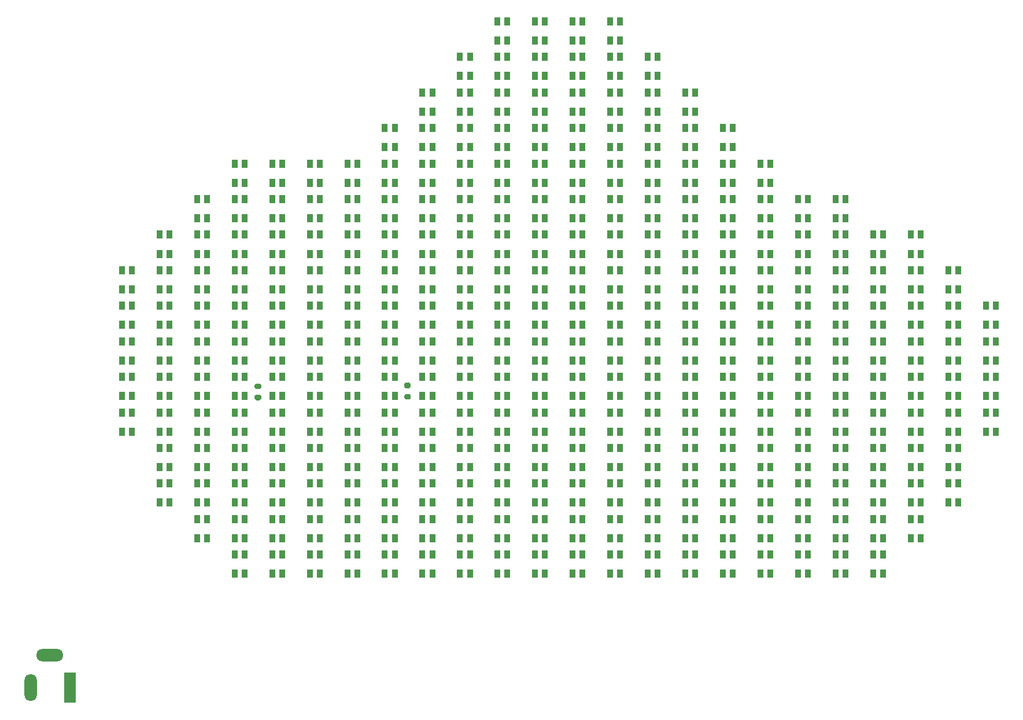
<source format=gbr>
%TF.GenerationSoftware,KiCad,Pcbnew,(5.1.7)-1*%
%TF.CreationDate,2021-01-23T13:14:39+03:00*%
%TF.ProjectId,LED_Cloud,4c45445f-436c-46f7-9564-2e6b69636164,rev?*%
%TF.SameCoordinates,Original*%
%TF.FileFunction,Soldermask,Top*%
%TF.FilePolarity,Negative*%
%FSLAX46Y46*%
G04 Gerber Fmt 4.6, Leading zero omitted, Abs format (unit mm)*
G04 Created by KiCad (PCBNEW (5.1.7)-1) date 2021-01-23 13:14:39*
%MOMM*%
%LPD*%
G01*
G04 APERTURE LIST*
%ADD10R,1.800000X4.400000*%
%ADD11O,1.800000X4.000000*%
%ADD12O,4.000000X1.800000*%
%ADD13R,0.900000X1.200000*%
G04 APERTURE END LIST*
D10*
%TO.C,J2*%
X28700000Y-157090000D03*
D11*
X22900000Y-157090000D03*
D12*
X25700000Y-152290000D03*
%TD*%
%TO.C,R9*%
G36*
G01*
X77825000Y-114095000D02*
X78375000Y-114095000D01*
G75*
G02*
X78575000Y-114295000I0J-200000D01*
G01*
X78575000Y-114695000D01*
G75*
G02*
X78375000Y-114895000I-200000J0D01*
G01*
X77825000Y-114895000D01*
G75*
G02*
X77625000Y-114695000I0J200000D01*
G01*
X77625000Y-114295000D01*
G75*
G02*
X77825000Y-114095000I200000J0D01*
G01*
G37*
G36*
G01*
X77825000Y-112445000D02*
X78375000Y-112445000D01*
G75*
G02*
X78575000Y-112645000I0J-200000D01*
G01*
X78575000Y-113045000D01*
G75*
G02*
X78375000Y-113245000I-200000J0D01*
G01*
X77825000Y-113245000D01*
G75*
G02*
X77625000Y-113045000I0J200000D01*
G01*
X77625000Y-112645000D01*
G75*
G02*
X77825000Y-112445000I200000J0D01*
G01*
G37*
%TD*%
%TO.C,R6*%
G36*
G01*
X55915000Y-114230000D02*
X56465000Y-114230000D01*
G75*
G02*
X56665000Y-114430000I0J-200000D01*
G01*
X56665000Y-114830000D01*
G75*
G02*
X56465000Y-115030000I-200000J0D01*
G01*
X55915000Y-115030000D01*
G75*
G02*
X55715000Y-114830000I0J200000D01*
G01*
X55715000Y-114430000D01*
G75*
G02*
X55915000Y-114230000I200000J0D01*
G01*
G37*
G36*
G01*
X55915000Y-112580000D02*
X56465000Y-112580000D01*
G75*
G02*
X56665000Y-112780000I0J-200000D01*
G01*
X56665000Y-113180000D01*
G75*
G02*
X56465000Y-113380000I-200000J0D01*
G01*
X55915000Y-113380000D01*
G75*
G02*
X55715000Y-113180000I0J200000D01*
G01*
X55715000Y-112780000D01*
G75*
G02*
X55915000Y-112580000I200000J0D01*
G01*
G37*
%TD*%
D13*
%TO.C,D300*%
X135275000Y-106400000D03*
X135275000Y-109200000D03*
X136725000Y-109200000D03*
X136725000Y-106400000D03*
%TD*%
%TO.C,D363*%
X158725000Y-101200000D03*
X158725000Y-104000000D03*
X157275000Y-104000000D03*
X157275000Y-101200000D03*
%TD*%
%TO.C,D333*%
X146275000Y-111600000D03*
X146275000Y-114400000D03*
X147725000Y-114400000D03*
X147725000Y-111600000D03*
%TD*%
%TO.C,D366*%
X158725000Y-116800000D03*
X158725000Y-119600000D03*
X157275000Y-119600000D03*
X157275000Y-116800000D03*
%TD*%
%TO.C,D338*%
X146275000Y-137600000D03*
X146275000Y-140400000D03*
X147725000Y-140400000D03*
X147725000Y-137600000D03*
%TD*%
%TO.C,D352*%
X153225000Y-127200000D03*
X153225000Y-130000000D03*
X151775000Y-130000000D03*
X151775000Y-127200000D03*
%TD*%
%TO.C,D345*%
X153225000Y-90800000D03*
X153225000Y-93600000D03*
X151775000Y-93600000D03*
X151775000Y-90800000D03*
%TD*%
%TO.C,D332*%
X146275000Y-106400000D03*
X146275000Y-109200000D03*
X147725000Y-109200000D03*
X147725000Y-106400000D03*
%TD*%
%TO.C,D367*%
X158725000Y-122000000D03*
X158725000Y-124800000D03*
X157275000Y-124800000D03*
X157275000Y-122000000D03*
%TD*%
%TO.C,D337*%
X146275000Y-132400000D03*
X146275000Y-135200000D03*
X147725000Y-135200000D03*
X147725000Y-132400000D03*
%TD*%
%TO.C,D379*%
X164225000Y-101200000D03*
X164225000Y-104000000D03*
X162775000Y-104000000D03*
X162775000Y-101200000D03*
%TD*%
%TO.C,D348*%
X153225000Y-106400000D03*
X153225000Y-109200000D03*
X151775000Y-109200000D03*
X151775000Y-106400000D03*
%TD*%
%TO.C,D365*%
X158725000Y-111600000D03*
X158725000Y-114400000D03*
X157275000Y-114400000D03*
X157275000Y-111600000D03*
%TD*%
%TO.C,D353*%
X153225000Y-132400000D03*
X153225000Y-135200000D03*
X151775000Y-135200000D03*
X151775000Y-132400000D03*
%TD*%
%TO.C,D368*%
X158725000Y-127200000D03*
X158725000Y-130000000D03*
X157275000Y-130000000D03*
X157275000Y-127200000D03*
%TD*%
%TO.C,D381*%
X164225000Y-111600000D03*
X164225000Y-114400000D03*
X162775000Y-114400000D03*
X162775000Y-111600000D03*
%TD*%
%TO.C,D380*%
X164225000Y-106400000D03*
X164225000Y-109200000D03*
X162775000Y-109200000D03*
X162775000Y-106400000D03*
%TD*%
%TO.C,D349*%
X153225000Y-111600000D03*
X153225000Y-114400000D03*
X151775000Y-114400000D03*
X151775000Y-111600000D03*
%TD*%
%TO.C,D382*%
X164225000Y-116800000D03*
X164225000Y-119600000D03*
X162775000Y-119600000D03*
X162775000Y-116800000D03*
%TD*%
%TO.C,D351*%
X153225000Y-122000000D03*
X153225000Y-124800000D03*
X151775000Y-124800000D03*
X151775000Y-122000000D03*
%TD*%
%TO.C,D334*%
X146275000Y-116800000D03*
X146275000Y-119600000D03*
X147725000Y-119600000D03*
X147725000Y-116800000D03*
%TD*%
%TO.C,D336*%
X146275000Y-127200000D03*
X146275000Y-130000000D03*
X147725000Y-130000000D03*
X147725000Y-127200000D03*
%TD*%
%TO.C,D350*%
X153225000Y-116800000D03*
X153225000Y-119600000D03*
X151775000Y-119600000D03*
X151775000Y-116800000D03*
%TD*%
%TO.C,D346*%
X153225000Y-96000000D03*
X153225000Y-98800000D03*
X151775000Y-98800000D03*
X151775000Y-96000000D03*
%TD*%
%TO.C,D330*%
X146275000Y-96000000D03*
X146275000Y-98800000D03*
X147725000Y-98800000D03*
X147725000Y-96000000D03*
%TD*%
%TO.C,D331*%
X146275000Y-101200000D03*
X146275000Y-104000000D03*
X147725000Y-104000000D03*
X147725000Y-101200000D03*
%TD*%
%TO.C,D362*%
X158725000Y-96000000D03*
X158725000Y-98800000D03*
X157275000Y-98800000D03*
X157275000Y-96000000D03*
%TD*%
%TO.C,D335*%
X146275000Y-122000000D03*
X146275000Y-124800000D03*
X147725000Y-124800000D03*
X147725000Y-122000000D03*
%TD*%
%TO.C,D364*%
X158725000Y-106400000D03*
X158725000Y-109200000D03*
X157275000Y-109200000D03*
X157275000Y-106400000D03*
%TD*%
%TO.C,D329*%
X146275000Y-90800000D03*
X146275000Y-93600000D03*
X147725000Y-93600000D03*
X147725000Y-90800000D03*
%TD*%
%TO.C,D347*%
X153225000Y-101200000D03*
X153225000Y-104000000D03*
X151775000Y-104000000D03*
X151775000Y-101200000D03*
%TD*%
%TO.C,D299*%
X135275000Y-101200000D03*
X135275000Y-104000000D03*
X136725000Y-104000000D03*
X136725000Y-101200000D03*
%TD*%
%TO.C,D269*%
X125725000Y-111600000D03*
X125725000Y-114400000D03*
X124275000Y-114400000D03*
X124275000Y-111600000D03*
%TD*%
%TO.C,D302*%
X135275000Y-116800000D03*
X135275000Y-119600000D03*
X136725000Y-119600000D03*
X136725000Y-116800000D03*
%TD*%
%TO.C,D284*%
X129775000Y-106400000D03*
X129775000Y-109200000D03*
X131225000Y-109200000D03*
X131225000Y-106400000D03*
%TD*%
%TO.C,D274*%
X125725000Y-137600000D03*
X125725000Y-140400000D03*
X124275000Y-140400000D03*
X124275000Y-137600000D03*
%TD*%
%TO.C,D315*%
X140775000Y-101200000D03*
X140775000Y-104000000D03*
X142225000Y-104000000D03*
X142225000Y-101200000D03*
%TD*%
%TO.C,D297*%
X135275000Y-90800000D03*
X135275000Y-93600000D03*
X136725000Y-93600000D03*
X136725000Y-90800000D03*
%TD*%
%TO.C,D281*%
X129775000Y-90800000D03*
X129775000Y-93600000D03*
X131225000Y-93600000D03*
X131225000Y-90800000D03*
%TD*%
%TO.C,D273*%
X125725000Y-132400000D03*
X125725000Y-135200000D03*
X124275000Y-135200000D03*
X124275000Y-132400000D03*
%TD*%
%TO.C,D303*%
X135275000Y-122000000D03*
X135275000Y-124800000D03*
X136725000Y-124800000D03*
X136725000Y-122000000D03*
%TD*%
%TO.C,D319*%
X140775000Y-122000000D03*
X140775000Y-124800000D03*
X142225000Y-124800000D03*
X142225000Y-122000000D03*
%TD*%
%TO.C,D288*%
X129775000Y-127200000D03*
X129775000Y-130000000D03*
X131225000Y-130000000D03*
X131225000Y-127200000D03*
%TD*%
%TO.C,D268*%
X125725000Y-106400000D03*
X125725000Y-109200000D03*
X124275000Y-109200000D03*
X124275000Y-106400000D03*
%TD*%
%TO.C,D301*%
X135275000Y-111600000D03*
X135275000Y-114400000D03*
X136725000Y-114400000D03*
X136725000Y-111600000D03*
%TD*%
%TO.C,D289*%
X129775000Y-132400000D03*
X129775000Y-135200000D03*
X131225000Y-135200000D03*
X131225000Y-132400000D03*
%TD*%
%TO.C,D305*%
X135275000Y-132400000D03*
X135275000Y-135200000D03*
X136725000Y-135200000D03*
X136725000Y-132400000D03*
%TD*%
%TO.C,D304*%
X135275000Y-127200000D03*
X135275000Y-130000000D03*
X136725000Y-130000000D03*
X136725000Y-127200000D03*
%TD*%
%TO.C,D321*%
X140775000Y-132400000D03*
X140775000Y-135200000D03*
X142225000Y-135200000D03*
X142225000Y-132400000D03*
%TD*%
%TO.C,D314*%
X140775000Y-96000000D03*
X140775000Y-98800000D03*
X142225000Y-98800000D03*
X142225000Y-96000000D03*
%TD*%
%TO.C,D318*%
X140775000Y-116800000D03*
X140775000Y-119600000D03*
X142225000Y-119600000D03*
X142225000Y-116800000D03*
%TD*%
%TO.C,D306*%
X135275000Y-137600000D03*
X135275000Y-140400000D03*
X136725000Y-140400000D03*
X136725000Y-137600000D03*
%TD*%
%TO.C,D316*%
X140775000Y-106400000D03*
X140775000Y-109200000D03*
X142225000Y-109200000D03*
X142225000Y-106400000D03*
%TD*%
%TO.C,D290*%
X129775000Y-137600000D03*
X129775000Y-140400000D03*
X131225000Y-140400000D03*
X131225000Y-137600000D03*
%TD*%
%TO.C,D312*%
X140775000Y-85600000D03*
X140775000Y-88400000D03*
X142225000Y-88400000D03*
X142225000Y-85600000D03*
%TD*%
%TO.C,D285*%
X129775000Y-111600000D03*
X129775000Y-114400000D03*
X131225000Y-114400000D03*
X131225000Y-111600000D03*
%TD*%
%TO.C,D317*%
X140775000Y-111600000D03*
X140775000Y-114400000D03*
X142225000Y-114400000D03*
X142225000Y-111600000D03*
%TD*%
%TO.C,D280*%
X129775000Y-85600000D03*
X129775000Y-88400000D03*
X131225000Y-88400000D03*
X131225000Y-85600000D03*
%TD*%
%TO.C,D320*%
X140775000Y-127200000D03*
X140775000Y-130000000D03*
X142225000Y-130000000D03*
X142225000Y-127200000D03*
%TD*%
%TO.C,D322*%
X140775000Y-137600000D03*
X140775000Y-140400000D03*
X142225000Y-140400000D03*
X142225000Y-137600000D03*
%TD*%
%TO.C,D287*%
X129775000Y-122000000D03*
X129775000Y-124800000D03*
X131225000Y-124800000D03*
X131225000Y-122000000D03*
%TD*%
%TO.C,D262*%
X125725000Y-75200000D03*
X125725000Y-78000000D03*
X124275000Y-78000000D03*
X124275000Y-75200000D03*
%TD*%
%TO.C,D272*%
X125725000Y-127200000D03*
X125725000Y-130000000D03*
X124275000Y-130000000D03*
X124275000Y-127200000D03*
%TD*%
%TO.C,D286*%
X129775000Y-116800000D03*
X129775000Y-119600000D03*
X131225000Y-119600000D03*
X131225000Y-116800000D03*
%TD*%
%TO.C,D270*%
X125725000Y-116800000D03*
X125725000Y-119600000D03*
X124275000Y-119600000D03*
X124275000Y-116800000D03*
%TD*%
%TO.C,D296*%
X135275000Y-85600000D03*
X135275000Y-88400000D03*
X136725000Y-88400000D03*
X136725000Y-85600000D03*
%TD*%
%TO.C,D282*%
X129775000Y-96000000D03*
X129775000Y-98800000D03*
X131225000Y-98800000D03*
X131225000Y-96000000D03*
%TD*%
%TO.C,D283*%
X129775000Y-101200000D03*
X129775000Y-104000000D03*
X131225000Y-104000000D03*
X131225000Y-101200000D03*
%TD*%
%TO.C,D279*%
X129775000Y-80400000D03*
X129775000Y-83200000D03*
X131225000Y-83200000D03*
X131225000Y-80400000D03*
%TD*%
%TO.C,D266*%
X125725000Y-96000000D03*
X125725000Y-98800000D03*
X124275000Y-98800000D03*
X124275000Y-96000000D03*
%TD*%
%TO.C,D267*%
X125725000Y-101200000D03*
X125725000Y-104000000D03*
X124275000Y-104000000D03*
X124275000Y-101200000D03*
%TD*%
%TO.C,D271*%
X125725000Y-122000000D03*
X125725000Y-124800000D03*
X124275000Y-124800000D03*
X124275000Y-122000000D03*
%TD*%
%TO.C,D264*%
X125725000Y-85600000D03*
X125725000Y-88400000D03*
X124275000Y-88400000D03*
X124275000Y-85600000D03*
%TD*%
%TO.C,D298*%
X135275000Y-96000000D03*
X135275000Y-98800000D03*
X136725000Y-98800000D03*
X136725000Y-96000000D03*
%TD*%
%TO.C,D313*%
X140775000Y-90800000D03*
X140775000Y-93600000D03*
X142225000Y-93600000D03*
X142225000Y-90800000D03*
%TD*%
%TO.C,D265*%
X125725000Y-90800000D03*
X125725000Y-93600000D03*
X124275000Y-93600000D03*
X124275000Y-90800000D03*
%TD*%
%TO.C,D263*%
X125725000Y-80400000D03*
X125725000Y-83200000D03*
X124275000Y-83200000D03*
X124275000Y-80400000D03*
%TD*%
%TO.C,D199*%
X102275000Y-80400000D03*
X102275000Y-83200000D03*
X103725000Y-83200000D03*
X103725000Y-80400000D03*
%TD*%
%TO.C,D220*%
X109225000Y-106400000D03*
X109225000Y-109200000D03*
X107775000Y-109200000D03*
X107775000Y-106400000D03*
%TD*%
%TO.C,D214*%
X109225000Y-75200000D03*
X109225000Y-78000000D03*
X107775000Y-78000000D03*
X107775000Y-75200000D03*
%TD*%
%TO.C,D235*%
X114725000Y-101200000D03*
X114725000Y-104000000D03*
X113275000Y-104000000D03*
X113275000Y-101200000D03*
%TD*%
%TO.C,D205*%
X102275000Y-111600000D03*
X102275000Y-114400000D03*
X103725000Y-114400000D03*
X103725000Y-111600000D03*
%TD*%
%TO.C,D233*%
X114725000Y-90800000D03*
X114725000Y-93600000D03*
X113275000Y-93600000D03*
X113275000Y-90800000D03*
%TD*%
%TO.C,D247*%
X120225000Y-80400000D03*
X120225000Y-83200000D03*
X118775000Y-83200000D03*
X118775000Y-80400000D03*
%TD*%
%TO.C,D238*%
X114725000Y-116800000D03*
X114725000Y-119600000D03*
X113275000Y-119600000D03*
X113275000Y-116800000D03*
%TD*%
%TO.C,D195*%
X103725000Y-59600000D03*
X103725000Y-62400000D03*
X102275000Y-62400000D03*
X102275000Y-59600000D03*
%TD*%
%TO.C,D217*%
X109225000Y-90800000D03*
X109225000Y-93600000D03*
X107775000Y-93600000D03*
X107775000Y-90800000D03*
%TD*%
%TO.C,D210*%
X102275000Y-137600000D03*
X102275000Y-140400000D03*
X103725000Y-140400000D03*
X103725000Y-137600000D03*
%TD*%
%TO.C,D204*%
X102275000Y-106400000D03*
X102275000Y-109200000D03*
X103725000Y-109200000D03*
X103725000Y-106400000D03*
%TD*%
%TO.C,D209*%
X102275000Y-132400000D03*
X102275000Y-135200000D03*
X103725000Y-135200000D03*
X103725000Y-132400000D03*
%TD*%
%TO.C,D239*%
X114725000Y-122000000D03*
X114725000Y-124800000D03*
X113275000Y-124800000D03*
X113275000Y-122000000D03*
%TD*%
%TO.C,D213*%
X109225000Y-70000000D03*
X109225000Y-72800000D03*
X107775000Y-72800000D03*
X107775000Y-70000000D03*
%TD*%
%TO.C,D255*%
X120225000Y-122000000D03*
X120225000Y-124800000D03*
X118775000Y-124800000D03*
X118775000Y-122000000D03*
%TD*%
%TO.C,D197*%
X102275000Y-70000000D03*
X102275000Y-72800000D03*
X103725000Y-72800000D03*
X103725000Y-70000000D03*
%TD*%
%TO.C,D251*%
X120225000Y-101200000D03*
X120225000Y-104000000D03*
X118775000Y-104000000D03*
X118775000Y-101200000D03*
%TD*%
%TO.C,D224*%
X109225000Y-127200000D03*
X109225000Y-130000000D03*
X107775000Y-130000000D03*
X107775000Y-127200000D03*
%TD*%
%TO.C,D237*%
X114725000Y-111600000D03*
X114725000Y-114400000D03*
X113275000Y-114400000D03*
X113275000Y-111600000D03*
%TD*%
%TO.C,D225*%
X109225000Y-132400000D03*
X109225000Y-135200000D03*
X107775000Y-135200000D03*
X107775000Y-132400000D03*
%TD*%
%TO.C,D221*%
X109225000Y-111600000D03*
X109225000Y-114400000D03*
X107775000Y-114400000D03*
X107775000Y-111600000D03*
%TD*%
%TO.C,D241*%
X114725000Y-132400000D03*
X114725000Y-135200000D03*
X113275000Y-135200000D03*
X113275000Y-132400000D03*
%TD*%
%TO.C,D256*%
X120225000Y-127200000D03*
X120225000Y-130000000D03*
X118775000Y-130000000D03*
X118775000Y-127200000D03*
%TD*%
%TO.C,D240*%
X114725000Y-127200000D03*
X114725000Y-130000000D03*
X113275000Y-130000000D03*
X113275000Y-127200000D03*
%TD*%
%TO.C,D257*%
X120225000Y-132400000D03*
X120225000Y-135200000D03*
X118775000Y-135200000D03*
X118775000Y-132400000D03*
%TD*%
%TO.C,D250*%
X120225000Y-96000000D03*
X120225000Y-98800000D03*
X118775000Y-98800000D03*
X118775000Y-96000000D03*
%TD*%
%TO.C,D252*%
X120225000Y-106400000D03*
X120225000Y-109200000D03*
X118775000Y-109200000D03*
X118775000Y-106400000D03*
%TD*%
%TO.C,D211*%
X107775000Y-59600000D03*
X107775000Y-62400000D03*
X109225000Y-62400000D03*
X109225000Y-59600000D03*
%TD*%
%TO.C,D226*%
X109225000Y-137600000D03*
X109225000Y-140400000D03*
X107775000Y-140400000D03*
X107775000Y-137600000D03*
%TD*%
%TO.C,D245*%
X120225000Y-70000000D03*
X120225000Y-72800000D03*
X118775000Y-72800000D03*
X118775000Y-70000000D03*
%TD*%
%TO.C,D258*%
X120225000Y-137600000D03*
X120225000Y-140400000D03*
X118775000Y-140400000D03*
X118775000Y-137600000D03*
%TD*%
%TO.C,D231*%
X114725000Y-80400000D03*
X114725000Y-83200000D03*
X113275000Y-83200000D03*
X113275000Y-80400000D03*
%TD*%
%TO.C,D230*%
X114725000Y-75200000D03*
X114725000Y-78000000D03*
X113275000Y-78000000D03*
X113275000Y-75200000D03*
%TD*%
%TO.C,D248*%
X120225000Y-85600000D03*
X120225000Y-88400000D03*
X118775000Y-88400000D03*
X118775000Y-85600000D03*
%TD*%
%TO.C,D254*%
X120225000Y-116800000D03*
X120225000Y-119600000D03*
X118775000Y-119600000D03*
X118775000Y-116800000D03*
%TD*%
%TO.C,D223*%
X109225000Y-122000000D03*
X109225000Y-124800000D03*
X107775000Y-124800000D03*
X107775000Y-122000000D03*
%TD*%
%TO.C,D253*%
X120225000Y-111600000D03*
X120225000Y-114400000D03*
X118775000Y-114400000D03*
X118775000Y-111600000D03*
%TD*%
%TO.C,D246*%
X120225000Y-75200000D03*
X120225000Y-78000000D03*
X118775000Y-78000000D03*
X118775000Y-75200000D03*
%TD*%
%TO.C,D216*%
X109225000Y-85600000D03*
X109225000Y-88400000D03*
X107775000Y-88400000D03*
X107775000Y-85600000D03*
%TD*%
%TO.C,D242*%
X114725000Y-137600000D03*
X114725000Y-140400000D03*
X113275000Y-140400000D03*
X113275000Y-137600000D03*
%TD*%
%TO.C,D234*%
X114725000Y-96000000D03*
X114725000Y-98800000D03*
X113275000Y-98800000D03*
X113275000Y-96000000D03*
%TD*%
%TO.C,D236*%
X114725000Y-106400000D03*
X114725000Y-109200000D03*
X113275000Y-109200000D03*
X113275000Y-106400000D03*
%TD*%
%TO.C,D249*%
X120225000Y-90800000D03*
X120225000Y-93600000D03*
X118775000Y-93600000D03*
X118775000Y-90800000D03*
%TD*%
%TO.C,D206*%
X102275000Y-116800000D03*
X102275000Y-119600000D03*
X103725000Y-119600000D03*
X103725000Y-116800000D03*
%TD*%
%TO.C,D229*%
X114725000Y-70000000D03*
X114725000Y-72800000D03*
X113275000Y-72800000D03*
X113275000Y-70000000D03*
%TD*%
%TO.C,D218*%
X109225000Y-96000000D03*
X109225000Y-98800000D03*
X107775000Y-98800000D03*
X107775000Y-96000000D03*
%TD*%
%TO.C,D219*%
X109225000Y-101200000D03*
X109225000Y-104000000D03*
X107775000Y-104000000D03*
X107775000Y-101200000D03*
%TD*%
%TO.C,D228*%
X114725000Y-64800000D03*
X114725000Y-67600000D03*
X113275000Y-67600000D03*
X113275000Y-64800000D03*
%TD*%
%TO.C,D212*%
X109225000Y-64800000D03*
X109225000Y-67600000D03*
X107775000Y-67600000D03*
X107775000Y-64800000D03*
%TD*%
%TO.C,D232*%
X114725000Y-85600000D03*
X114725000Y-88400000D03*
X113275000Y-88400000D03*
X113275000Y-85600000D03*
%TD*%
%TO.C,D215*%
X109225000Y-80400000D03*
X109225000Y-83200000D03*
X107775000Y-83200000D03*
X107775000Y-80400000D03*
%TD*%
%TO.C,D222*%
X109225000Y-116800000D03*
X109225000Y-119600000D03*
X107775000Y-119600000D03*
X107775000Y-116800000D03*
%TD*%
%TO.C,D198*%
X102275000Y-75200000D03*
X102275000Y-78000000D03*
X103725000Y-78000000D03*
X103725000Y-75200000D03*
%TD*%
%TO.C,D202*%
X102275000Y-96000000D03*
X102275000Y-98800000D03*
X103725000Y-98800000D03*
X103725000Y-96000000D03*
%TD*%
%TO.C,D201*%
X102275000Y-90800000D03*
X102275000Y-93600000D03*
X103725000Y-93600000D03*
X103725000Y-90800000D03*
%TD*%
%TO.C,D208*%
X102275000Y-127200000D03*
X102275000Y-130000000D03*
X103725000Y-130000000D03*
X103725000Y-127200000D03*
%TD*%
%TO.C,D207*%
X102275000Y-122000000D03*
X102275000Y-124800000D03*
X103725000Y-124800000D03*
X103725000Y-122000000D03*
%TD*%
%TO.C,D200*%
X102275000Y-85600000D03*
X102275000Y-88400000D03*
X103725000Y-88400000D03*
X103725000Y-85600000D03*
%TD*%
%TO.C,D196*%
X102275000Y-64800000D03*
X102275000Y-67600000D03*
X103725000Y-67600000D03*
X103725000Y-64800000D03*
%TD*%
%TO.C,D203*%
X102275000Y-101200000D03*
X102275000Y-104000000D03*
X103725000Y-104000000D03*
X103725000Y-101200000D03*
%TD*%
%TO.C,D136*%
X81725000Y-85600000D03*
X81725000Y-88400000D03*
X80275000Y-88400000D03*
X80275000Y-85600000D03*
%TD*%
%TO.C,D137*%
X81725000Y-90800000D03*
X81725000Y-93600000D03*
X80275000Y-93600000D03*
X80275000Y-90800000D03*
%TD*%
%TO.C,D138*%
X81725000Y-96000000D03*
X81725000Y-98800000D03*
X80275000Y-98800000D03*
X80275000Y-96000000D03*
%TD*%
%TO.C,D151*%
X85775000Y-80400000D03*
X85775000Y-83200000D03*
X87225000Y-83200000D03*
X87225000Y-80400000D03*
%TD*%
%TO.C,D158*%
X85775000Y-116800000D03*
X85775000Y-119600000D03*
X87225000Y-119600000D03*
X87225000Y-116800000D03*
%TD*%
%TO.C,D168*%
X91275000Y-85600000D03*
X91275000Y-88400000D03*
X92725000Y-88400000D03*
X92725000Y-85600000D03*
%TD*%
%TO.C,D148*%
X85775000Y-64800000D03*
X85775000Y-67600000D03*
X87225000Y-67600000D03*
X87225000Y-64800000D03*
%TD*%
%TO.C,D139*%
X81725000Y-101200000D03*
X81725000Y-104000000D03*
X80275000Y-104000000D03*
X80275000Y-101200000D03*
%TD*%
%TO.C,D143*%
X81725000Y-122000000D03*
X81725000Y-124800000D03*
X80275000Y-124800000D03*
X80275000Y-122000000D03*
%TD*%
%TO.C,D134*%
X81725000Y-75200000D03*
X81725000Y-78000000D03*
X80275000Y-78000000D03*
X80275000Y-75200000D03*
%TD*%
%TO.C,D144*%
X81725000Y-127200000D03*
X81725000Y-130000000D03*
X80275000Y-130000000D03*
X80275000Y-127200000D03*
%TD*%
%TO.C,D141*%
X81725000Y-111600000D03*
X81725000Y-114400000D03*
X80275000Y-114400000D03*
X80275000Y-111600000D03*
%TD*%
%TO.C,D133*%
X81725000Y-70000000D03*
X81725000Y-72800000D03*
X80275000Y-72800000D03*
X80275000Y-70000000D03*
%TD*%
%TO.C,D140*%
X81725000Y-106400000D03*
X81725000Y-109200000D03*
X80275000Y-109200000D03*
X80275000Y-106400000D03*
%TD*%
%TO.C,D145*%
X81725000Y-132400000D03*
X81725000Y-135200000D03*
X80275000Y-135200000D03*
X80275000Y-132400000D03*
%TD*%
%TO.C,D146*%
X81725000Y-137600000D03*
X81725000Y-140400000D03*
X80275000Y-140400000D03*
X80275000Y-137600000D03*
%TD*%
%TO.C,D135*%
X81725000Y-80400000D03*
X81725000Y-83200000D03*
X80275000Y-83200000D03*
X80275000Y-80400000D03*
%TD*%
%TO.C,D183*%
X96775000Y-80400000D03*
X96775000Y-83200000D03*
X98225000Y-83200000D03*
X98225000Y-80400000D03*
%TD*%
%TO.C,D191*%
X96775000Y-122000000D03*
X96775000Y-124800000D03*
X98225000Y-124800000D03*
X98225000Y-122000000D03*
%TD*%
%TO.C,D169*%
X91275000Y-90800000D03*
X91275000Y-93600000D03*
X92725000Y-93600000D03*
X92725000Y-90800000D03*
%TD*%
%TO.C,D171*%
X91275000Y-101200000D03*
X91275000Y-104000000D03*
X92725000Y-104000000D03*
X92725000Y-101200000D03*
%TD*%
%TO.C,D175*%
X91275000Y-122000000D03*
X91275000Y-124800000D03*
X92725000Y-124800000D03*
X92725000Y-122000000D03*
%TD*%
%TO.C,D153*%
X85775000Y-90800000D03*
X85775000Y-93600000D03*
X87225000Y-93600000D03*
X87225000Y-90800000D03*
%TD*%
%TO.C,D149*%
X85775000Y-70000000D03*
X85775000Y-72800000D03*
X87225000Y-72800000D03*
X87225000Y-70000000D03*
%TD*%
%TO.C,D150*%
X85775000Y-75200000D03*
X85775000Y-78000000D03*
X87225000Y-78000000D03*
X87225000Y-75200000D03*
%TD*%
%TO.C,D174*%
X91275000Y-116800000D03*
X91275000Y-119600000D03*
X92725000Y-119600000D03*
X92725000Y-116800000D03*
%TD*%
%TO.C,D156*%
X85775000Y-106400000D03*
X85775000Y-109200000D03*
X87225000Y-109200000D03*
X87225000Y-106400000D03*
%TD*%
%TO.C,D187*%
X96775000Y-101200000D03*
X96775000Y-104000000D03*
X98225000Y-104000000D03*
X98225000Y-101200000D03*
%TD*%
%TO.C,D166*%
X91275000Y-75200000D03*
X91275000Y-78000000D03*
X92725000Y-78000000D03*
X92725000Y-75200000D03*
%TD*%
%TO.C,D182*%
X96775000Y-75200000D03*
X96775000Y-78000000D03*
X98225000Y-78000000D03*
X98225000Y-75200000D03*
%TD*%
%TO.C,D190*%
X96775000Y-116800000D03*
X96775000Y-119600000D03*
X98225000Y-119600000D03*
X98225000Y-116800000D03*
%TD*%
%TO.C,D180*%
X96775000Y-64800000D03*
X96775000Y-67600000D03*
X98225000Y-67600000D03*
X98225000Y-64800000D03*
%TD*%
%TO.C,D189*%
X96775000Y-111600000D03*
X96775000Y-114400000D03*
X98225000Y-114400000D03*
X98225000Y-111600000D03*
%TD*%
%TO.C,D159*%
X85775000Y-122000000D03*
X85775000Y-124800000D03*
X87225000Y-124800000D03*
X87225000Y-122000000D03*
%TD*%
%TO.C,D152*%
X85775000Y-85600000D03*
X85775000Y-88400000D03*
X87225000Y-88400000D03*
X87225000Y-85600000D03*
%TD*%
%TO.C,D184*%
X96775000Y-85600000D03*
X96775000Y-88400000D03*
X98225000Y-88400000D03*
X98225000Y-85600000D03*
%TD*%
%TO.C,D167*%
X91275000Y-80400000D03*
X91275000Y-83200000D03*
X92725000Y-83200000D03*
X92725000Y-80400000D03*
%TD*%
%TO.C,D185*%
X96775000Y-90800000D03*
X96775000Y-93600000D03*
X98225000Y-93600000D03*
X98225000Y-90800000D03*
%TD*%
%TO.C,D154*%
X85775000Y-96000000D03*
X85775000Y-98800000D03*
X87225000Y-98800000D03*
X87225000Y-96000000D03*
%TD*%
%TO.C,D165*%
X91275000Y-70000000D03*
X91275000Y-72800000D03*
X92725000Y-72800000D03*
X92725000Y-70000000D03*
%TD*%
%TO.C,D172*%
X91275000Y-106400000D03*
X91275000Y-109200000D03*
X92725000Y-109200000D03*
X92725000Y-106400000D03*
%TD*%
%TO.C,D170*%
X91275000Y-96000000D03*
X91275000Y-98800000D03*
X92725000Y-98800000D03*
X92725000Y-96000000D03*
%TD*%
%TO.C,D164*%
X91275000Y-64800000D03*
X91275000Y-67600000D03*
X92725000Y-67600000D03*
X92725000Y-64800000D03*
%TD*%
%TO.C,D142*%
X81725000Y-116800000D03*
X81725000Y-119600000D03*
X80275000Y-119600000D03*
X80275000Y-116800000D03*
%TD*%
%TO.C,D178*%
X91275000Y-137600000D03*
X91275000Y-140400000D03*
X92725000Y-140400000D03*
X92725000Y-137600000D03*
%TD*%
%TO.C,D155*%
X85775000Y-101200000D03*
X85775000Y-104000000D03*
X87225000Y-104000000D03*
X87225000Y-101200000D03*
%TD*%
%TO.C,D181*%
X96775000Y-70000000D03*
X96775000Y-72800000D03*
X98225000Y-72800000D03*
X98225000Y-70000000D03*
%TD*%
%TO.C,D194*%
X96775000Y-137600000D03*
X96775000Y-140400000D03*
X98225000Y-140400000D03*
X98225000Y-137600000D03*
%TD*%
%TO.C,D162*%
X85775000Y-137600000D03*
X85775000Y-140400000D03*
X87225000Y-140400000D03*
X87225000Y-137600000D03*
%TD*%
%TO.C,D188*%
X96775000Y-106400000D03*
X96775000Y-109200000D03*
X98225000Y-109200000D03*
X98225000Y-106400000D03*
%TD*%
%TO.C,D179*%
X98225000Y-59600000D03*
X98225000Y-62400000D03*
X96775000Y-62400000D03*
X96775000Y-59600000D03*
%TD*%
%TO.C,D186*%
X96775000Y-96000000D03*
X96775000Y-98800000D03*
X98225000Y-98800000D03*
X98225000Y-96000000D03*
%TD*%
%TO.C,D163*%
X92725000Y-59600000D03*
X92725000Y-62400000D03*
X91275000Y-62400000D03*
X91275000Y-59600000D03*
%TD*%
%TO.C,D193*%
X96775000Y-132400000D03*
X96775000Y-135200000D03*
X98225000Y-135200000D03*
X98225000Y-132400000D03*
%TD*%
%TO.C,D173*%
X91275000Y-111600000D03*
X91275000Y-114400000D03*
X92725000Y-114400000D03*
X92725000Y-111600000D03*
%TD*%
%TO.C,D157*%
X85775000Y-111600000D03*
X85775000Y-114400000D03*
X87225000Y-114400000D03*
X87225000Y-111600000D03*
%TD*%
%TO.C,D160*%
X85775000Y-127200000D03*
X85775000Y-130000000D03*
X87225000Y-130000000D03*
X87225000Y-127200000D03*
%TD*%
%TO.C,D176*%
X91275000Y-127200000D03*
X91275000Y-130000000D03*
X92725000Y-130000000D03*
X92725000Y-127200000D03*
%TD*%
%TO.C,D192*%
X96775000Y-127200000D03*
X96775000Y-130000000D03*
X98225000Y-130000000D03*
X98225000Y-127200000D03*
%TD*%
%TO.C,D161*%
X85775000Y-132400000D03*
X85775000Y-135200000D03*
X87225000Y-135200000D03*
X87225000Y-132400000D03*
%TD*%
%TO.C,D177*%
X91275000Y-132400000D03*
X91275000Y-135200000D03*
X92725000Y-135200000D03*
X92725000Y-132400000D03*
%TD*%
%TO.C,D72*%
X58275000Y-85600000D03*
X58275000Y-88400000D03*
X59725000Y-88400000D03*
X59725000Y-85600000D03*
%TD*%
%TO.C,D71*%
X58275000Y-80400000D03*
X58275000Y-83200000D03*
X59725000Y-83200000D03*
X59725000Y-80400000D03*
%TD*%
%TO.C,D73*%
X58275000Y-90800000D03*
X58275000Y-93600000D03*
X59725000Y-93600000D03*
X59725000Y-90800000D03*
%TD*%
%TO.C,D75*%
X58275000Y-101200000D03*
X58275000Y-104000000D03*
X59725000Y-104000000D03*
X59725000Y-101200000D03*
%TD*%
%TO.C,D74*%
X58275000Y-96000000D03*
X58275000Y-98800000D03*
X59725000Y-98800000D03*
X59725000Y-96000000D03*
%TD*%
%TO.C,D76*%
X58275000Y-106400000D03*
X58275000Y-109200000D03*
X59725000Y-109200000D03*
X59725000Y-106400000D03*
%TD*%
%TO.C,D77*%
X58275000Y-111600000D03*
X58275000Y-114400000D03*
X59725000Y-114400000D03*
X59725000Y-111600000D03*
%TD*%
%TO.C,D79*%
X58275000Y-122000000D03*
X58275000Y-124800000D03*
X59725000Y-124800000D03*
X59725000Y-122000000D03*
%TD*%
%TO.C,D80*%
X58275000Y-127200000D03*
X58275000Y-130000000D03*
X59725000Y-130000000D03*
X59725000Y-127200000D03*
%TD*%
%TO.C,D81*%
X58275000Y-132400000D03*
X58275000Y-135200000D03*
X59725000Y-135200000D03*
X59725000Y-132400000D03*
%TD*%
%TO.C,D82*%
X58275000Y-137600000D03*
X58275000Y-140400000D03*
X59725000Y-140400000D03*
X59725000Y-137600000D03*
%TD*%
%TO.C,D87*%
X65225000Y-80400000D03*
X65225000Y-83200000D03*
X63775000Y-83200000D03*
X63775000Y-80400000D03*
%TD*%
%TO.C,D94*%
X65225000Y-116800000D03*
X65225000Y-119600000D03*
X63775000Y-119600000D03*
X63775000Y-116800000D03*
%TD*%
%TO.C,D104*%
X70725000Y-85600000D03*
X70725000Y-88400000D03*
X69275000Y-88400000D03*
X69275000Y-85600000D03*
%TD*%
%TO.C,D119*%
X76225000Y-80400000D03*
X76225000Y-83200000D03*
X74775000Y-83200000D03*
X74775000Y-80400000D03*
%TD*%
%TO.C,D107*%
X70725000Y-101200000D03*
X70725000Y-104000000D03*
X69275000Y-104000000D03*
X69275000Y-101200000D03*
%TD*%
%TO.C,D89*%
X65225000Y-90800000D03*
X65225000Y-93600000D03*
X63775000Y-93600000D03*
X63775000Y-90800000D03*
%TD*%
%TO.C,D105*%
X70725000Y-90800000D03*
X70725000Y-93600000D03*
X69275000Y-93600000D03*
X69275000Y-90800000D03*
%TD*%
%TO.C,D111*%
X70725000Y-122000000D03*
X70725000Y-124800000D03*
X69275000Y-124800000D03*
X69275000Y-122000000D03*
%TD*%
%TO.C,D127*%
X76225000Y-122000000D03*
X76225000Y-124800000D03*
X74775000Y-124800000D03*
X74775000Y-122000000D03*
%TD*%
%TO.C,D92*%
X65225000Y-106400000D03*
X65225000Y-109200000D03*
X63775000Y-109200000D03*
X63775000Y-106400000D03*
%TD*%
%TO.C,D123*%
X76225000Y-101200000D03*
X76225000Y-104000000D03*
X74775000Y-104000000D03*
X74775000Y-101200000D03*
%TD*%
%TO.C,D118*%
X76225000Y-75200000D03*
X76225000Y-78000000D03*
X74775000Y-78000000D03*
X74775000Y-75200000D03*
%TD*%
%TO.C,D110*%
X70725000Y-116800000D03*
X70725000Y-119600000D03*
X69275000Y-119600000D03*
X69275000Y-116800000D03*
%TD*%
%TO.C,D98*%
X65225000Y-137600000D03*
X65225000Y-140400000D03*
X63775000Y-140400000D03*
X63775000Y-137600000D03*
%TD*%
%TO.C,D126*%
X76225000Y-116800000D03*
X76225000Y-119600000D03*
X74775000Y-119600000D03*
X74775000Y-116800000D03*
%TD*%
%TO.C,D130*%
X76225000Y-137600000D03*
X76225000Y-140400000D03*
X74775000Y-140400000D03*
X74775000Y-137600000D03*
%TD*%
%TO.C,D103*%
X70725000Y-80400000D03*
X70725000Y-83200000D03*
X69275000Y-83200000D03*
X69275000Y-80400000D03*
%TD*%
%TO.C,D91*%
X65225000Y-101200000D03*
X65225000Y-104000000D03*
X63775000Y-104000000D03*
X63775000Y-101200000D03*
%TD*%
%TO.C,D108*%
X70725000Y-106400000D03*
X70725000Y-109200000D03*
X69275000Y-109200000D03*
X69275000Y-106400000D03*
%TD*%
%TO.C,D124*%
X76225000Y-106400000D03*
X76225000Y-109200000D03*
X74775000Y-109200000D03*
X74775000Y-106400000D03*
%TD*%
%TO.C,D121*%
X76225000Y-90800000D03*
X76225000Y-93600000D03*
X74775000Y-93600000D03*
X74775000Y-90800000D03*
%TD*%
%TO.C,D88*%
X65225000Y-85600000D03*
X65225000Y-88400000D03*
X63775000Y-88400000D03*
X63775000Y-85600000D03*
%TD*%
%TO.C,D120*%
X76225000Y-85600000D03*
X76225000Y-88400000D03*
X74775000Y-88400000D03*
X74775000Y-85600000D03*
%TD*%
%TO.C,D114*%
X70725000Y-137600000D03*
X70725000Y-140400000D03*
X69275000Y-140400000D03*
X69275000Y-137600000D03*
%TD*%
%TO.C,D78*%
X58275000Y-116800000D03*
X58275000Y-119600000D03*
X59725000Y-119600000D03*
X59725000Y-116800000D03*
%TD*%
%TO.C,D95*%
X65225000Y-122000000D03*
X65225000Y-124800000D03*
X63775000Y-124800000D03*
X63775000Y-122000000D03*
%TD*%
%TO.C,D125*%
X76225000Y-111600000D03*
X76225000Y-114400000D03*
X74775000Y-114400000D03*
X74775000Y-111600000D03*
%TD*%
%TO.C,D90*%
X65225000Y-96000000D03*
X65225000Y-98800000D03*
X63775000Y-98800000D03*
X63775000Y-96000000D03*
%TD*%
%TO.C,D106*%
X70725000Y-96000000D03*
X70725000Y-98800000D03*
X69275000Y-98800000D03*
X69275000Y-96000000D03*
%TD*%
%TO.C,D122*%
X76225000Y-96000000D03*
X76225000Y-98800000D03*
X74775000Y-98800000D03*
X74775000Y-96000000D03*
%TD*%
%TO.C,D129*%
X76225000Y-132400000D03*
X76225000Y-135200000D03*
X74775000Y-135200000D03*
X74775000Y-132400000D03*
%TD*%
%TO.C,D109*%
X70725000Y-111600000D03*
X70725000Y-114400000D03*
X69275000Y-114400000D03*
X69275000Y-111600000D03*
%TD*%
%TO.C,D93*%
X65225000Y-111600000D03*
X65225000Y-114400000D03*
X63775000Y-114400000D03*
X63775000Y-111600000D03*
%TD*%
%TO.C,D96*%
X65225000Y-127200000D03*
X65225000Y-130000000D03*
X63775000Y-130000000D03*
X63775000Y-127200000D03*
%TD*%
%TO.C,D112*%
X70725000Y-127200000D03*
X70725000Y-130000000D03*
X69275000Y-130000000D03*
X69275000Y-127200000D03*
%TD*%
%TO.C,D128*%
X76225000Y-127200000D03*
X76225000Y-130000000D03*
X74775000Y-130000000D03*
X74775000Y-127200000D03*
%TD*%
%TO.C,D97*%
X65225000Y-132400000D03*
X65225000Y-135200000D03*
X63775000Y-135200000D03*
X63775000Y-132400000D03*
%TD*%
%TO.C,D113*%
X70725000Y-132400000D03*
X70725000Y-135200000D03*
X69275000Y-135200000D03*
X69275000Y-132400000D03*
%TD*%
%TO.C,D29*%
X41775000Y-111600000D03*
X41775000Y-114400000D03*
X43225000Y-114400000D03*
X43225000Y-111600000D03*
%TD*%
%TO.C,D25*%
X41775000Y-90800000D03*
X41775000Y-93600000D03*
X43225000Y-93600000D03*
X43225000Y-90800000D03*
%TD*%
%TO.C,D27*%
X41775000Y-101200000D03*
X41775000Y-104000000D03*
X43225000Y-104000000D03*
X43225000Y-101200000D03*
%TD*%
%TO.C,D40*%
X47275000Y-85600000D03*
X47275000Y-88400000D03*
X48725000Y-88400000D03*
X48725000Y-85600000D03*
%TD*%
%TO.C,D65*%
X52775000Y-132400000D03*
X52775000Y-135200000D03*
X54225000Y-135200000D03*
X54225000Y-132400000D03*
%TD*%
%TO.C,D49*%
X47275000Y-132400000D03*
X47275000Y-135200000D03*
X48725000Y-135200000D03*
X48725000Y-132400000D03*
%TD*%
%TO.C,D64*%
X52775000Y-127200000D03*
X52775000Y-130000000D03*
X54225000Y-130000000D03*
X54225000Y-127200000D03*
%TD*%
%TO.C,D48*%
X47275000Y-127200000D03*
X47275000Y-130000000D03*
X48725000Y-130000000D03*
X48725000Y-127200000D03*
%TD*%
%TO.C,D32*%
X41775000Y-127200000D03*
X41775000Y-130000000D03*
X43225000Y-130000000D03*
X43225000Y-127200000D03*
%TD*%
%TO.C,D61*%
X52775000Y-111600000D03*
X52775000Y-114400000D03*
X54225000Y-114400000D03*
X54225000Y-111600000D03*
%TD*%
%TO.C,D45*%
X47275000Y-111600000D03*
X47275000Y-114400000D03*
X48725000Y-114400000D03*
X48725000Y-111600000D03*
%TD*%
%TO.C,D58*%
X52775000Y-96000000D03*
X52775000Y-98800000D03*
X54225000Y-98800000D03*
X54225000Y-96000000D03*
%TD*%
%TO.C,D42*%
X47275000Y-96000000D03*
X47275000Y-98800000D03*
X48725000Y-98800000D03*
X48725000Y-96000000D03*
%TD*%
%TO.C,D26*%
X41775000Y-96000000D03*
X41775000Y-98800000D03*
X43225000Y-98800000D03*
X43225000Y-96000000D03*
%TD*%
%TO.C,D66*%
X52775000Y-137600000D03*
X52775000Y-140400000D03*
X54225000Y-140400000D03*
X54225000Y-137600000D03*
%TD*%
%TO.C,D56*%
X52775000Y-85600000D03*
X52775000Y-88400000D03*
X54225000Y-88400000D03*
X54225000Y-85600000D03*
%TD*%
%TO.C,D62*%
X52775000Y-116800000D03*
X52775000Y-119600000D03*
X54225000Y-119600000D03*
X54225000Y-116800000D03*
%TD*%
%TO.C,D46*%
X47275000Y-116800000D03*
X47275000Y-119600000D03*
X48725000Y-119600000D03*
X48725000Y-116800000D03*
%TD*%
%TO.C,D30*%
X41775000Y-116800000D03*
X41775000Y-119600000D03*
X43225000Y-119600000D03*
X43225000Y-116800000D03*
%TD*%
%TO.C,D57*%
X52775000Y-90800000D03*
X52775000Y-93600000D03*
X54225000Y-93600000D03*
X54225000Y-90800000D03*
%TD*%
%TO.C,D41*%
X47275000Y-90800000D03*
X47275000Y-93600000D03*
X48725000Y-93600000D03*
X48725000Y-90800000D03*
%TD*%
%TO.C,D59*%
X52775000Y-101200000D03*
X52775000Y-104000000D03*
X54225000Y-104000000D03*
X54225000Y-101200000D03*
%TD*%
%TO.C,D43*%
X47275000Y-101200000D03*
X47275000Y-104000000D03*
X48725000Y-104000000D03*
X48725000Y-101200000D03*
%TD*%
%TO.C,D60*%
X52775000Y-106400000D03*
X52775000Y-109200000D03*
X54225000Y-109200000D03*
X54225000Y-106400000D03*
%TD*%
%TO.C,D44*%
X47275000Y-106400000D03*
X47275000Y-109200000D03*
X48725000Y-109200000D03*
X48725000Y-106400000D03*
%TD*%
%TO.C,D28*%
X41775000Y-106400000D03*
X41775000Y-109200000D03*
X43225000Y-109200000D03*
X43225000Y-106400000D03*
%TD*%
%TO.C,D55*%
X52775000Y-80400000D03*
X52775000Y-83200000D03*
X54225000Y-83200000D03*
X54225000Y-80400000D03*
%TD*%
%TO.C,D63*%
X52775000Y-122000000D03*
X52775000Y-124800000D03*
X54225000Y-124800000D03*
X54225000Y-122000000D03*
%TD*%
%TO.C,D47*%
X47275000Y-122000000D03*
X47275000Y-124800000D03*
X48725000Y-124800000D03*
X48725000Y-122000000D03*
%TD*%
%TO.C,D31*%
X41775000Y-122000000D03*
X41775000Y-124800000D03*
X43225000Y-124800000D03*
X43225000Y-122000000D03*
%TD*%
%TO.C,D14*%
X37725000Y-116800000D03*
X37725000Y-119600000D03*
X36275000Y-119600000D03*
X36275000Y-116800000D03*
%TD*%
%TO.C,D13*%
X37725000Y-111600000D03*
X37725000Y-114400000D03*
X36275000Y-114400000D03*
X36275000Y-111600000D03*
%TD*%
%TO.C,D12*%
X37725000Y-106400000D03*
X37725000Y-109200000D03*
X36275000Y-109200000D03*
X36275000Y-106400000D03*
%TD*%
%TO.C,D11*%
X37725000Y-101200000D03*
X37725000Y-104000000D03*
X36275000Y-104000000D03*
X36275000Y-101200000D03*
%TD*%
%TO.C,D10*%
X37725000Y-96000000D03*
X37725000Y-98800000D03*
X36275000Y-98800000D03*
X36275000Y-96000000D03*
%TD*%
M02*

</source>
